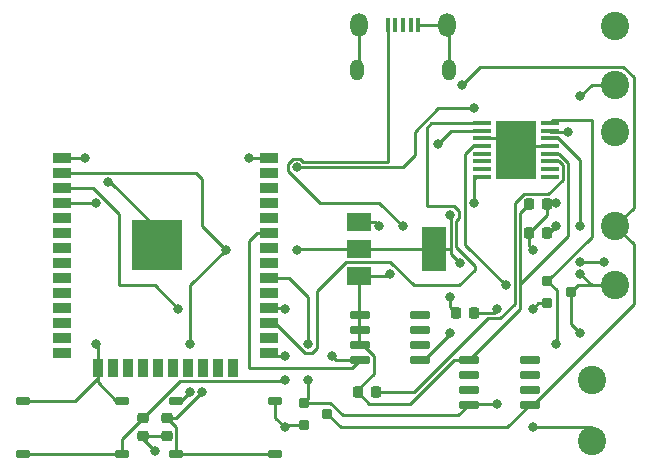
<source format=gbr>
G04 #@! TF.GenerationSoftware,KiCad,Pcbnew,(6.0.9)*
G04 #@! TF.CreationDate,2022-12-05T14:11:37+01:00*
G04 #@! TF.ProjectId,PP,50502e6b-6963-4616-945f-706362585858,rev?*
G04 #@! TF.SameCoordinates,Original*
G04 #@! TF.FileFunction,Copper,L1,Top*
G04 #@! TF.FilePolarity,Positive*
%FSLAX46Y46*%
G04 Gerber Fmt 4.6, Leading zero omitted, Abs format (unit mm)*
G04 Created by KiCad (PCBNEW (6.0.9)) date 2022-12-05 14:11:37*
%MOMM*%
%LPD*%
G01*
G04 APERTURE LIST*
G04 Aperture macros list*
%AMRoundRect*
0 Rectangle with rounded corners*
0 $1 Rounding radius*
0 $2 $3 $4 $5 $6 $7 $8 $9 X,Y pos of 4 corners*
0 Add a 4 corners polygon primitive as box body*
4,1,4,$2,$3,$4,$5,$6,$7,$8,$9,$2,$3,0*
0 Add four circle primitives for the rounded corners*
1,1,$1+$1,$2,$3*
1,1,$1+$1,$4,$5*
1,1,$1+$1,$6,$7*
1,1,$1+$1,$8,$9*
0 Add four rect primitives between the rounded corners*
20,1,$1+$1,$2,$3,$4,$5,0*
20,1,$1+$1,$4,$5,$6,$7,0*
20,1,$1+$1,$6,$7,$8,$9,0*
20,1,$1+$1,$8,$9,$2,$3,0*%
G04 Aperture macros list end*
G04 #@! TA.AperFunction,SMDPad,CuDef*
%ADD10RoundRect,0.100000X-0.687500X-0.100000X0.687500X-0.100000X0.687500X0.100000X-0.687500X0.100000X0*%
G04 #@! TD*
G04 #@! TA.AperFunction,ComponentPad*
%ADD11C,0.500000*%
G04 #@! TD*
G04 #@! TA.AperFunction,SMDPad,CuDef*
%ADD12R,3.400000X5.000000*%
G04 #@! TD*
G04 #@! TA.AperFunction,SMDPad,CuDef*
%ADD13R,1.500000X0.900000*%
G04 #@! TD*
G04 #@! TA.AperFunction,SMDPad,CuDef*
%ADD14R,0.900000X1.500000*%
G04 #@! TD*
G04 #@! TA.AperFunction,ComponentPad*
%ADD15C,0.475000*%
G04 #@! TD*
G04 #@! TA.AperFunction,SMDPad,CuDef*
%ADD16R,1.050000X1.050000*%
G04 #@! TD*
G04 #@! TA.AperFunction,SMDPad,CuDef*
%ADD17R,4.200000X4.200000*%
G04 #@! TD*
G04 #@! TA.AperFunction,SMDPad,CuDef*
%ADD18R,2.000000X1.500000*%
G04 #@! TD*
G04 #@! TA.AperFunction,SMDPad,CuDef*
%ADD19R,2.000000X3.800000*%
G04 #@! TD*
G04 #@! TA.AperFunction,SMDPad,CuDef*
%ADD20RoundRect,0.175000X-0.425000X-0.175000X0.425000X-0.175000X0.425000X0.175000X-0.425000X0.175000X0*%
G04 #@! TD*
G04 #@! TA.AperFunction,SMDPad,CuDef*
%ADD21RoundRect,0.225000X0.250000X-0.225000X0.250000X0.225000X-0.250000X0.225000X-0.250000X-0.225000X0*%
G04 #@! TD*
G04 #@! TA.AperFunction,SMDPad,CuDef*
%ADD22RoundRect,0.200000X-0.250000X-0.200000X0.250000X-0.200000X0.250000X0.200000X-0.250000X0.200000X0*%
G04 #@! TD*
G04 #@! TA.AperFunction,SMDPad,CuDef*
%ADD23RoundRect,0.150000X-0.725000X-0.150000X0.725000X-0.150000X0.725000X0.150000X-0.725000X0.150000X0*%
G04 #@! TD*
G04 #@! TA.AperFunction,ComponentPad*
%ADD24C,2.400000*%
G04 #@! TD*
G04 #@! TA.AperFunction,SMDPad,CuDef*
%ADD25R,0.450000X1.300000*%
G04 #@! TD*
G04 #@! TA.AperFunction,ComponentPad*
%ADD26O,1.450000X2.000000*%
G04 #@! TD*
G04 #@! TA.AperFunction,ComponentPad*
%ADD27O,1.150000X1.800000*%
G04 #@! TD*
G04 #@! TA.AperFunction,SMDPad,CuDef*
%ADD28RoundRect,0.225000X-0.225000X-0.250000X0.225000X-0.250000X0.225000X0.250000X-0.225000X0.250000X0*%
G04 #@! TD*
G04 #@! TA.AperFunction,ViaPad*
%ADD29C,0.800000*%
G04 #@! TD*
G04 #@! TA.AperFunction,Conductor*
%ADD30C,0.250000*%
G04 #@! TD*
G04 APERTURE END LIST*
D10*
X135707500Y-54240000D03*
X135707500Y-54890000D03*
X135707500Y-55540000D03*
X135707500Y-56190000D03*
X135707500Y-56840000D03*
X135707500Y-57490000D03*
X135707500Y-58140000D03*
X135707500Y-58790000D03*
X141432500Y-58790000D03*
X141432500Y-58140000D03*
X141432500Y-57490000D03*
X141432500Y-56840000D03*
X141432500Y-56190000D03*
X141432500Y-55540000D03*
X141432500Y-54890000D03*
X141432500Y-54240000D03*
D11*
X137820000Y-55015000D03*
X137820000Y-58015000D03*
D12*
X138570000Y-56515000D03*
D11*
X139320000Y-55015000D03*
X137820000Y-56515000D03*
X139320000Y-58015000D03*
X139320000Y-56515000D03*
D13*
X100135000Y-57230000D03*
X100135000Y-58500000D03*
X100135000Y-59770000D03*
X100135000Y-61040000D03*
X100135000Y-62310000D03*
X100135000Y-63580000D03*
X100135000Y-64850000D03*
X100135000Y-66120000D03*
X100135000Y-67390000D03*
X100135000Y-68660000D03*
X100135000Y-69930000D03*
X100135000Y-71200000D03*
X100135000Y-72470000D03*
X100135000Y-73740000D03*
D14*
X103175000Y-74990000D03*
X104445000Y-74990000D03*
X105715000Y-74990000D03*
X106985000Y-74990000D03*
X108255000Y-74990000D03*
X109525000Y-74990000D03*
X110795000Y-74990000D03*
X112065000Y-74990000D03*
X113335000Y-74990000D03*
X114605000Y-74990000D03*
D13*
X117635000Y-73740000D03*
X117635000Y-72470000D03*
X117635000Y-71200000D03*
X117635000Y-69930000D03*
X117635000Y-68660000D03*
X117635000Y-67390000D03*
X117635000Y-66120000D03*
X117635000Y-64850000D03*
X117635000Y-63580000D03*
X117635000Y-62310000D03*
X117635000Y-61040000D03*
X117635000Y-59770000D03*
X117635000Y-58500000D03*
X117635000Y-57230000D03*
D15*
X106680000Y-63807500D03*
X108967500Y-66095000D03*
D16*
X106680000Y-63045000D03*
D15*
X108967500Y-63045000D03*
X106680000Y-65332500D03*
D16*
X109730000Y-66095000D03*
X108205000Y-66095000D03*
D15*
X107442500Y-66095000D03*
X107442500Y-63045000D03*
X109730000Y-63807500D03*
X108205000Y-65332500D03*
D16*
X109730000Y-64570000D03*
X106680000Y-64570000D03*
X106680000Y-66095000D03*
X109730000Y-63045000D03*
D15*
X108967500Y-64570000D03*
D16*
X108205000Y-63045000D03*
D15*
X107442500Y-64570000D03*
D17*
X108205000Y-64570000D03*
D15*
X109730000Y-65332500D03*
D16*
X108205000Y-64570000D03*
D15*
X108205000Y-63807500D03*
D18*
X125320000Y-62640000D03*
D19*
X131620000Y-64940000D03*
D18*
X125320000Y-64940000D03*
X125320000Y-67240000D03*
D20*
X96800000Y-82250000D03*
X105200000Y-82250000D03*
X96800000Y-77750000D03*
X105200000Y-77750000D03*
X109800000Y-82250000D03*
X118200000Y-82250000D03*
X109800000Y-77750000D03*
X118200000Y-77750000D03*
D21*
X107000000Y-80775000D03*
X107000000Y-79225000D03*
X109000000Y-80775000D03*
X109000000Y-79225000D03*
D22*
X120605000Y-77925000D03*
X120605000Y-79825000D03*
X122605000Y-78875000D03*
D23*
X134585000Y-74295000D03*
X134585000Y-75565000D03*
X134585000Y-76835000D03*
X134585000Y-78105000D03*
X139735000Y-78105000D03*
X139735000Y-76835000D03*
X139735000Y-75565000D03*
X139735000Y-74295000D03*
D22*
X141240000Y-67630000D03*
X141240000Y-69530000D03*
X143240000Y-68580000D03*
D23*
X125330000Y-70520000D03*
X125330000Y-71790000D03*
X125330000Y-73060000D03*
X125330000Y-74330000D03*
X130480000Y-74330000D03*
X130480000Y-73060000D03*
X130480000Y-71790000D03*
X130480000Y-70520000D03*
D24*
X147000000Y-63000000D03*
X147000000Y-68000000D03*
D25*
X127710000Y-45920000D03*
X128360000Y-45920000D03*
X129010000Y-45920000D03*
X129660000Y-45920000D03*
X130310000Y-45920000D03*
D26*
X125285000Y-45970000D03*
X132735000Y-45970000D03*
D27*
X125135000Y-49770000D03*
X132885000Y-49770000D03*
D24*
X147000000Y-46000000D03*
X147000000Y-51000000D03*
D28*
X139675000Y-61090000D03*
X141225000Y-61090000D03*
X133495000Y-70320000D03*
X135045000Y-70320000D03*
X139675000Y-63600000D03*
X141225000Y-63600000D03*
X125195000Y-77040000D03*
X126745000Y-77040000D03*
D24*
X145000000Y-81200000D03*
X145000000Y-76000000D03*
X147000000Y-55000000D03*
D29*
X142000000Y-61000000D03*
X144000000Y-66000000D03*
X146000000Y-66000000D03*
X104000000Y-59224500D03*
X137725500Y-68000000D03*
X144000000Y-67000000D03*
X144000000Y-63000000D03*
X142000000Y-63000000D03*
X134000000Y-51000000D03*
X132000000Y-56000000D03*
X127948792Y-67051208D03*
X129000000Y-63000000D03*
X143000000Y-55000000D03*
X123000000Y-74000000D03*
X133000000Y-72000000D03*
X144000000Y-72000000D03*
X133000000Y-62000000D03*
X133000000Y-69000000D03*
X133858399Y-66141601D03*
X135000000Y-61000000D03*
X119000000Y-70000000D03*
X110987701Y-76987701D03*
X110000000Y-70000000D03*
X112000000Y-77000000D03*
X111000000Y-73000000D03*
X108000000Y-82000000D03*
X119000000Y-74000000D03*
X119000000Y-76000000D03*
X127000000Y-63000000D03*
X142000000Y-73000000D03*
X137000000Y-78000000D03*
X140000000Y-80000000D03*
X140000000Y-70000000D03*
X137000000Y-70000000D03*
X140000000Y-65000000D03*
X119000000Y-80000000D03*
X103000000Y-61000000D03*
X120000000Y-58000000D03*
X135000000Y-53000000D03*
X144000000Y-52000000D03*
X121000000Y-76000000D03*
X121000000Y-73000000D03*
X120000000Y-65000000D03*
X114000000Y-65000000D03*
X115947812Y-57198005D03*
X102096189Y-57248101D03*
X103000000Y-73000000D03*
D30*
X141315000Y-61000000D02*
X141225000Y-61090000D01*
X142000000Y-61000000D02*
X141315000Y-61000000D01*
X144000000Y-66000000D02*
X146000000Y-66000000D01*
X104224500Y-59224500D02*
X104000000Y-59224500D01*
X104224500Y-59224500D02*
X107885000Y-62885000D01*
X107885000Y-64725000D02*
X107885000Y-62885000D01*
X138810000Y-56190000D02*
X139000000Y-56000000D01*
X138810000Y-56190000D02*
X137945000Y-56190000D01*
X139000000Y-56000000D02*
X139000000Y-55000000D01*
X141432500Y-56190000D02*
X138810000Y-56190000D01*
X135707500Y-55540000D02*
X137295000Y-55540000D01*
X137945000Y-56190000D02*
X137295000Y-55540000D01*
X145000000Y-68000000D02*
X147000000Y-68000000D01*
X134275000Y-56883959D02*
X134275000Y-64549500D01*
X144000000Y-67000000D02*
X145000000Y-68000000D01*
X134968959Y-56190000D02*
X134275000Y-56883959D01*
X134275000Y-64549500D02*
X137725500Y-68000000D01*
X135707500Y-56190000D02*
X134968959Y-56190000D01*
X141400000Y-63600000D02*
X142000000Y-63000000D01*
X141225000Y-63600000D02*
X141400000Y-63600000D01*
X142171041Y-55540000D02*
X144000000Y-57368959D01*
X144000000Y-57368959D02*
X144000000Y-63000000D01*
X141432500Y-55540000D02*
X142171041Y-55540000D01*
X126155000Y-78000000D02*
X125195000Y-77040000D01*
X129636396Y-78000000D02*
X126155000Y-78000000D01*
X133341396Y-74295000D02*
X129636396Y-78000000D01*
X134585000Y-74295000D02*
X133341396Y-74295000D01*
X122847462Y-77925000D02*
X120605000Y-77925000D01*
X123922462Y-79000000D02*
X122847462Y-77925000D01*
X134585000Y-78105000D02*
X133690000Y-79000000D01*
X133690000Y-79000000D02*
X123922462Y-79000000D01*
X137840000Y-80000000D02*
X139735000Y-78105000D01*
X122605000Y-78875000D02*
X123730000Y-80000000D01*
X123730000Y-80000000D02*
X137840000Y-80000000D01*
X148525000Y-61475000D02*
X147000000Y-63000000D01*
X148525000Y-50368324D02*
X148525000Y-61475000D01*
X147631676Y-49475000D02*
X148525000Y-50368324D01*
X135525000Y-49475000D02*
X147631676Y-49475000D01*
X134000000Y-51000000D02*
X135525000Y-49475000D01*
X133110000Y-54890000D02*
X132000000Y-56000000D01*
X135707500Y-54890000D02*
X133110000Y-54890000D01*
X131396396Y-54240000D02*
X135707500Y-54240000D01*
X131000000Y-54636396D02*
X131396396Y-54240000D01*
X131000000Y-61275000D02*
X131000000Y-54636396D01*
X133300305Y-61275000D02*
X131000000Y-61275000D01*
X133725000Y-61699695D02*
X133300305Y-61275000D01*
X133725000Y-62300305D02*
X133725000Y-61699695D01*
X133495000Y-62530305D02*
X133725000Y-62300305D01*
X133495000Y-64753604D02*
X133495000Y-62530305D01*
X135075000Y-66333604D02*
X133495000Y-64753604D01*
X135075000Y-66706396D02*
X135075000Y-66333604D01*
X133781396Y-68000000D02*
X135075000Y-66706396D01*
X129922183Y-68000000D02*
X133781396Y-68000000D01*
X127937183Y-66015000D02*
X129922183Y-68000000D01*
X124145000Y-66015000D02*
X127937183Y-66015000D01*
X121725000Y-68435000D02*
X124145000Y-66015000D01*
X120699695Y-73725000D02*
X121300305Y-73725000D01*
X121300305Y-73725000D02*
X121725000Y-73300305D01*
X118174695Y-71200000D02*
X120699695Y-73725000D01*
X117635000Y-71200000D02*
X118174695Y-71200000D01*
X121725000Y-73300305D02*
X121725000Y-68435000D01*
X129000000Y-58000000D02*
X120000000Y-58000000D01*
X130000000Y-57000000D02*
X129000000Y-58000000D01*
X132000000Y-53000000D02*
X130000000Y-55000000D01*
X135000000Y-53000000D02*
X132000000Y-53000000D01*
X130000000Y-55000000D02*
X130000000Y-57000000D01*
X127760000Y-67240000D02*
X125320000Y-67240000D01*
X127948792Y-67051208D02*
X127760000Y-67240000D01*
X127000000Y-61000000D02*
X129000000Y-63000000D01*
X121974695Y-61000000D02*
X127000000Y-61000000D01*
X119275000Y-57699695D02*
X119275000Y-58300305D01*
X119699695Y-57275000D02*
X119275000Y-57699695D01*
X120575305Y-57550000D02*
X120300305Y-57275000D01*
X120300305Y-57275000D02*
X119699695Y-57275000D01*
X119275000Y-58300305D02*
X121974695Y-61000000D01*
X127710000Y-57550000D02*
X120575305Y-57550000D01*
X127710000Y-45920000D02*
X127710000Y-57550000D01*
X142206396Y-56840000D02*
X143000000Y-57633604D01*
X138900000Y-67900000D02*
X138900000Y-61865000D01*
X141432500Y-56840000D02*
X142206396Y-56840000D01*
X143000000Y-63800000D02*
X138900000Y-67900000D01*
X138900000Y-69980000D02*
X138900000Y-67900000D01*
X143000000Y-57633604D02*
X143000000Y-63800000D01*
X141542500Y-55000000D02*
X141432500Y-54890000D01*
X143000000Y-55000000D02*
X141542500Y-55000000D01*
X145000000Y-54000000D02*
X141672500Y-54000000D01*
X145000000Y-63870000D02*
X145000000Y-54000000D01*
X141240000Y-67630000D02*
X145000000Y-63870000D01*
X141672500Y-54000000D02*
X141432500Y-54240000D01*
X123330000Y-74330000D02*
X123000000Y-74000000D01*
X125330000Y-74330000D02*
X123330000Y-74330000D01*
X133000000Y-72086751D02*
X130756751Y-74330000D01*
X133000000Y-72000000D02*
X133000000Y-72086751D01*
X130756751Y-74330000D02*
X130480000Y-74330000D01*
X143240000Y-71240000D02*
X144000000Y-72000000D01*
X143240000Y-68580000D02*
X143240000Y-71240000D01*
X133045000Y-62045000D02*
X133000000Y-62000000D01*
X133045000Y-64940000D02*
X133045000Y-62045000D01*
X133000000Y-69825000D02*
X133495000Y-70320000D01*
X133000000Y-69000000D02*
X133000000Y-69825000D01*
X133045000Y-64940000D02*
X133045000Y-65328202D01*
X133045000Y-65328202D02*
X133858399Y-66141601D01*
X135210000Y-58790000D02*
X135707500Y-58790000D01*
X135000000Y-59000000D02*
X135210000Y-58790000D01*
X135000000Y-61000000D02*
X135000000Y-59000000D01*
X118930000Y-69930000D02*
X119000000Y-70000000D01*
X117635000Y-69930000D02*
X118930000Y-69930000D01*
X110225402Y-77750000D02*
X110987701Y-76987701D01*
X109800000Y-77750000D02*
X110225402Y-77750000D01*
X103175000Y-75825000D02*
X103175000Y-74990000D01*
X101250000Y-77750000D02*
X103175000Y-75825000D01*
X96800000Y-77750000D02*
X101250000Y-77750000D01*
X104750000Y-77750000D02*
X103175000Y-76175000D01*
X105200000Y-77750000D02*
X104750000Y-77750000D01*
X118200000Y-79200000D02*
X118200000Y-77750000D01*
X119000000Y-80000000D02*
X118200000Y-79200000D01*
X102795305Y-59770000D02*
X100135000Y-59770000D01*
X105000000Y-61974695D02*
X102795305Y-59770000D01*
X105000000Y-68000000D02*
X105000000Y-61974695D01*
X108000000Y-68000000D02*
X105000000Y-68000000D01*
X110000000Y-70000000D02*
X108000000Y-68000000D01*
X109775000Y-79225000D02*
X112000000Y-77000000D01*
X109000000Y-79225000D02*
X109775000Y-79225000D01*
X111000000Y-73000000D02*
X111000000Y-68000000D01*
X107000000Y-81000000D02*
X108000000Y-82000000D01*
X111000000Y-68000000D02*
X114000000Y-65000000D01*
X107000000Y-80775000D02*
X107000000Y-81000000D01*
X107000000Y-80775000D02*
X109000000Y-80775000D01*
X109800000Y-82250000D02*
X109800000Y-80025000D01*
X109800000Y-80025000D02*
X109000000Y-79225000D01*
X109800000Y-82250000D02*
X118200000Y-82250000D01*
X105200000Y-82250000D02*
X96800000Y-82250000D01*
X119000000Y-74000000D02*
X117895000Y-74000000D01*
X117895000Y-74000000D02*
X117635000Y-73740000D01*
X118935000Y-76065000D02*
X119000000Y-76000000D01*
X110160000Y-76065000D02*
X118935000Y-76065000D01*
X107000000Y-79225000D02*
X110160000Y-76065000D01*
X105200000Y-81025000D02*
X107000000Y-79225000D01*
X105200000Y-82250000D02*
X105200000Y-81025000D01*
X103175000Y-76175000D02*
X103175000Y-74990000D01*
X126640000Y-62640000D02*
X127000000Y-63000000D01*
X125320000Y-62640000D02*
X126640000Y-62640000D01*
X126530000Y-73983249D02*
X125606751Y-73060000D01*
X125606751Y-73060000D02*
X125330000Y-73060000D01*
X126530000Y-75470000D02*
X126530000Y-73983249D01*
X125195000Y-76805000D02*
X126530000Y-75470000D01*
X125195000Y-77040000D02*
X125195000Y-76805000D01*
X125330000Y-73060000D02*
X125320000Y-73050000D01*
X125320000Y-73050000D02*
X125320000Y-67240000D01*
X142220000Y-57490000D02*
X141432500Y-57490000D01*
X142545000Y-57815000D02*
X142220000Y-57490000D01*
X142545000Y-59066041D02*
X142545000Y-57815000D01*
X139222183Y-60290000D02*
X141321041Y-60290000D01*
X137255305Y-70770000D02*
X138450000Y-69575305D01*
X138450000Y-69575305D02*
X138450000Y-61062183D01*
X136230000Y-70770000D02*
X137255305Y-70770000D01*
X129960000Y-77040000D02*
X136230000Y-70770000D01*
X138450000Y-61062183D02*
X139222183Y-60290000D01*
X141321041Y-60290000D02*
X142545000Y-59066041D01*
X126745000Y-77040000D02*
X129960000Y-77040000D01*
X138900000Y-61865000D02*
X139675000Y-61090000D01*
X134585000Y-74295000D02*
X138900000Y-69980000D01*
X142015000Y-68405000D02*
X141240000Y-67630000D01*
X142000000Y-73000000D02*
X142015000Y-72985000D01*
X142015000Y-72985000D02*
X142015000Y-68405000D01*
X134690000Y-78000000D02*
X134585000Y-78105000D01*
X145000000Y-80000000D02*
X140000000Y-80000000D01*
X137000000Y-78000000D02*
X134690000Y-78000000D01*
X148525000Y-64525000D02*
X147000000Y-63000000D01*
X148525000Y-69591751D02*
X148525000Y-64525000D01*
X140011751Y-78105000D02*
X148525000Y-69591751D01*
X139735000Y-78105000D02*
X140011751Y-78105000D01*
X140470000Y-69530000D02*
X140000000Y-70000000D01*
X141240000Y-69530000D02*
X140470000Y-69530000D01*
X136680000Y-70320000D02*
X137000000Y-70000000D01*
X135045000Y-70320000D02*
X136680000Y-70320000D01*
X139675000Y-64675000D02*
X140000000Y-65000000D01*
X139675000Y-63600000D02*
X139675000Y-64675000D01*
X141225000Y-62050000D02*
X139675000Y-63600000D01*
X141225000Y-61090000D02*
X141225000Y-62050000D01*
X143820000Y-68000000D02*
X143240000Y-68580000D01*
X147000000Y-68000000D02*
X143820000Y-68000000D01*
X119175000Y-79825000D02*
X119000000Y-80000000D01*
X120605000Y-79825000D02*
X119175000Y-79825000D01*
X102960000Y-61040000D02*
X100135000Y-61040000D01*
X103000000Y-61000000D02*
X102960000Y-61040000D01*
X145000000Y-51000000D02*
X144000000Y-52000000D01*
X147000000Y-51000000D02*
X145000000Y-51000000D01*
X133045000Y-64940000D02*
X131620000Y-64940000D01*
X121000000Y-77530000D02*
X120605000Y-77925000D01*
X121000000Y-76000000D02*
X121000000Y-77530000D01*
X121000000Y-69000000D02*
X121000000Y-73000000D01*
X119390000Y-67390000D02*
X121000000Y-69000000D01*
X117635000Y-67390000D02*
X119390000Y-67390000D01*
X124660000Y-75000000D02*
X125330000Y-74330000D01*
X116000000Y-75000000D02*
X124660000Y-75000000D01*
X116635000Y-63580000D02*
X116000000Y-64215000D01*
X116000000Y-64215000D02*
X116000000Y-75000000D01*
X117635000Y-63580000D02*
X116635000Y-63580000D01*
X112000000Y-59000000D02*
X111500000Y-58500000D01*
X111500000Y-58500000D02*
X100135000Y-58500000D01*
X112000000Y-63000000D02*
X112000000Y-59000000D01*
X114000000Y-65000000D02*
X112000000Y-63000000D01*
X120060000Y-64940000D02*
X120000000Y-65000000D01*
X125320000Y-64940000D02*
X120060000Y-64940000D01*
X131620000Y-64940000D02*
X125320000Y-64940000D01*
X130310000Y-45920000D02*
X132685000Y-45920000D01*
X132685000Y-45920000D02*
X132735000Y-45970000D01*
X132885000Y-46120000D02*
X132735000Y-45970000D01*
X132885000Y-49770000D02*
X132885000Y-46120000D01*
X125285000Y-49620000D02*
X125135000Y-49770000D01*
X125285000Y-45970000D02*
X125285000Y-49620000D01*
X115979807Y-57230000D02*
X115947812Y-57198005D01*
X117635000Y-57230000D02*
X115979807Y-57230000D01*
X102078088Y-57230000D02*
X102096189Y-57248101D01*
X100135000Y-57230000D02*
X102078088Y-57230000D01*
X103175000Y-73175000D02*
X103000000Y-73000000D01*
X103175000Y-74990000D02*
X103175000Y-73175000D01*
M02*

</source>
